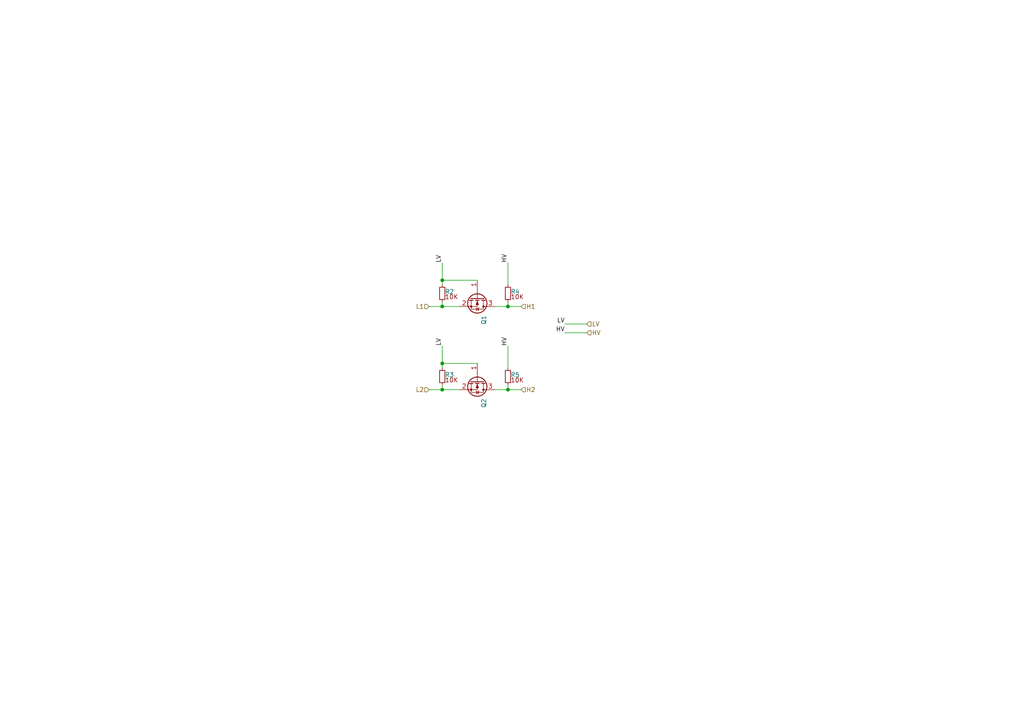
<source format=kicad_sch>
(kicad_sch (version 20211123) (generator eeschema)
  (paper "A4")
  (title_block (title "2-channel Bi-directional Level Shifter") (date "2022-01-26") (rev "1.0") (company "Columbia ICSL"))
  (lib_symbols
    (symbol "jlcsmt-rcl:NMOS_BSS138" (pin_names hide)
      (property "Reference" "Q" (at 5.08 1.905 0))
      (symbol "NMOS_BSS138_0_1"
        (polyline (pts (xy 0.254 0) (xy -2.54 0)))
        (polyline (pts (xy 0.254 1.905) (xy 0.254 -1.905)) (stroke (width 0.254)))
        (polyline (pts (xy 0.762 -1.27) (xy 0.762 -2.286)) (stroke (width 0.254)))
        (polyline (pts (xy 0.762 0.508) (xy 0.762 -0.508)) (stroke (width 0.254)))
        (polyline (pts (xy 0.762 2.286) (xy 0.762 1.27)) (stroke (width 0.254)))
        (polyline (pts (xy 2.54 2.54) (xy 2.54 1.778)))
        (polyline (pts (xy 2.54 -2.54) (xy 2.54 0) (xy 0.762 0)))
        (polyline (pts (xy 0.762 -1.778) (xy 3.302 -1.778) (xy 3.302 1.778) (xy 0.762 1.778)))
        (polyline (pts (xy 1.016 0) (xy 2.032 0.381) (xy 2.032 -0.381) (xy 1.016 0)) (fill (type outline)))
        (polyline (pts (xy 2.794 0.508) (xy 2.921 0.381) (xy 3.683 0.381) (xy 3.81 0.254)))
        (polyline (pts (xy 3.302 0.381) (xy 2.921 -0.254) (xy 3.683 -0.254) (xy 3.302 0.381)))
        (circle (center 1.651 0) (radius 2.794) (stroke (width 0.254)))
        (circle (center 2.54 -1.778) (radius 0.254) (fill (type outline)))
        (circle (center 2.54 1.778) (radius 0.254) (fill (type outline)))
      )
      (symbol "NMOS_BSS138_1_1"
        (pin input line (at -5.08 0 0) (length 2.54) (name "G") (number "1"))
        (pin passive line (at 2.54 -5.08 90) (length 2.54) (name "S") (number "2"))
        (pin passive line (at 2.54 5.08 270) (length 2.54) (name "D") (number "3"))
      )
    )
    (symbol "jlcsmt-rcl:R_0402_10K" (pin_numbers hide) (pin_names (offset 0.254) hide)
      (property "Reference" "R" (at 0.762 0.508 0))
      (symbol "R_0402_10K_0_0"
        (text "10K" (at 0.762 -1.016 0) (effects (font (size 1.27 1.27)) (justify left)))
      )
      (symbol "R_0402_10K_0_1"
        (rectangle (start -0.762 1.778) (end 0.762 -1.778) (stroke (width 0.2032)))
      )
      (symbol "R_0402_10K_1_1"
        (pin passive line (at 0 2.54 270) (length 0.762) (name "~") (number "1"))
        (pin passive line (at 0 -2.54 90) (length 0.762) (name "~") (number "2"))
      )
    )
  )
  (junction (at 128.27 105.41))
  (junction (at 128.27 88.9))
  (junction (at 128.27 81.28))
  (junction (at 147.32 113.03))
  (junction (at 128.27 113.03))
  (junction (at 147.32 88.9))
  (wire (pts (xy 128.27 81.28) (xy 138.43 81.28)))
  (wire (pts (xy 147.32 113.03) (xy 147.32 111.76)))
  (wire (pts (xy 128.27 113.03) (xy 133.35 113.03)))
  (wire (pts (xy 124.46 88.9) (xy 128.27 88.9)))
  (wire (pts (xy 143.51 88.9) (xy 147.32 88.9)))
  (wire (pts (xy 128.27 105.41) (xy 128.27 100.33)))
  (wire (pts (xy 128.27 82.55) (xy 128.27 81.28)))
  (wire (pts (xy 143.51 113.03) (xy 147.32 113.03)))
  (wire (pts (xy 163.83 93.98) (xy 170.18 93.98)))
  (wire (pts (xy 128.27 106.68) (xy 128.27 105.41)))
  (wire (pts (xy 128.27 81.28) (xy 128.27 76.2)))
  (wire (pts (xy 128.27 113.03) (xy 128.27 111.76)))
  (wire (pts (xy 147.32 106.68) (xy 147.32 100.33)))
  (wire (pts (xy 147.32 82.55) (xy 147.32 76.2)))
  (wire (pts (xy 147.32 113.03) (xy 151.13 113.03)))
  (wire (pts (xy 124.46 113.03) (xy 128.27 113.03)))
  (wire (pts (xy 128.27 105.41) (xy 138.43 105.41)))
  (wire (pts (xy 128.27 88.9) (xy 128.27 87.63)))
  (wire (pts (xy 163.83 96.52) (xy 170.18 96.52)))
  (wire (pts (xy 128.27 88.9) (xy 133.35 88.9)))
  (wire (pts (xy 147.32 88.9) (xy 147.32 87.63)))
  (wire (pts (xy 147.32 88.9) (xy 151.13 88.9)))
  (label "HV" (at 147.32 76.2 90))
  (label "LV" (at 163.83 93.98 180))
  (label "LV" (at 128.27 76.2 90))
  (label "HV" (at 163.83 96.52 180))
  (label "LV" (at 128.27 100.33 90))
  (label "HV" (at 147.32 100.33 90))
  (hierarchical_label "HV" (shape input) (at 170.18 96.52 0))
  (hierarchical_label "L1" (shape input) (at 124.46 88.9 180))
  (hierarchical_label "H2" (shape input) (at 151.13 113.03 0))
  (hierarchical_label "H1" (shape input) (at 151.13 88.9 0))
  (hierarchical_label "L2" (shape input) (at 124.46 113.03 180))
  (hierarchical_label "LV" (shape input) (at 170.18 93.98 0))
  (symbol (lib_id "jlcsmt-rcl:NMOS_BSS138") (at 138.43 86.36 270) (unit 1)
    (property "Reference" "Q1" (at 140.335 91.44 0) (effects (justify left)))
    (property "Value" "NMOS_BSS138" (effects hide))
    (property "Footprint" "jlcsmt:SOT-23" (effects hide))
    (property "Datasheet" "https://datasheet.lcsc.com/lcsc/1809291614_Changjiang-Electronics-Tech--CJ-BSS138_C78284.pdf" (effects hide))
    (property "MFR" "Changjiang Electronics Tech (CJ)" (effects hide))
    (property "MFR Part#" "BSS138" (effects hide))
    (property "LCSC" "C78284" (effects hide))
  )
  (symbol (lib_id "jlcsmt-rcl:NMOS_BSS138") (at 138.43 110.49 270) (unit 1)
    (property "Reference" "Q2" (at 140.335 115.57 0) (effects (justify left)))
    (property "Value" "NMOS_BSS138" (effects hide))
    (property "Footprint" "jlcsmt:SOT-23" (effects hide))
    (property "Datasheet" "https://datasheet.lcsc.com/lcsc/1809291614_Changjiang-Electronics-Tech--CJ-BSS138_C78284.pdf" (effects hide))
    (property "MFR" "Changjiang Electronics Tech (CJ)" (effects hide))
    (property "MFR Part#" "BSS138" (effects hide))
    (property "LCSC" "C78284" (effects hide))
  )
  (symbol (lib_id "jlcsmt-rcl:R_0402_10K") (at 147.32 109.22 0) (unit 1)
    (property "Reference" "R5" (at 148.082 108.712 0) (effects (justify left)))
    (property "Value" "R_0402_10K" (effects hide))
    (property "Footprint" "Resistor_SMD:R_0402_1005Metric" (effects hide))
    (property "Datasheet" "https://datasheet.lcsc.com/lcsc/2110260030_UNI-ROYAL-Uniroyal-Elec-0402WGF1002TCE_C25744.pdf" (effects hide))
    (property "MFR" "UNI-ROYAL(Uniroyal Elec)" (effects hide))
    (property "MFR Part#" "0402WGF1002TCE" (effects hide))
    (property "LCSC" "C25744" (effects hide))
  )
  (symbol (lib_id "jlcsmt-rcl:R_0402_10K") (at 128.27 85.09 0) (unit 1)
    (property "Reference" "R2" (at 129.032 84.582 0) (effects (justify left)))
    (property "Value" "R_0402_10K" (effects hide))
    (property "Footprint" "Resistor_SMD:R_0402_1005Metric" (effects hide))
    (property "Datasheet" "https://datasheet.lcsc.com/lcsc/2110260030_UNI-ROYAL-Uniroyal-Elec-0402WGF1002TCE_C25744.pdf" (effects hide))
    (property "MFR" "UNI-ROYAL(Uniroyal Elec)" (effects hide))
    (property "MFR Part#" "0402WGF1002TCE" (effects hide))
    (property "LCSC" "C25744" (effects hide))
  )
  (symbol (lib_id "jlcsmt-rcl:R_0402_10K") (at 128.27 109.22 0) (unit 1)
    (property "Reference" "R3" (at 129.032 108.712 0) (effects (justify left)))
    (property "Value" "R_0402_10K" (effects hide))
    (property "Footprint" "Resistor_SMD:R_0402_1005Metric" (effects hide))
    (property "Datasheet" "https://datasheet.lcsc.com/lcsc/2110260030_UNI-ROYAL-Uniroyal-Elec-0402WGF1002TCE_C25744.pdf" (effects hide))
    (property "MFR" "UNI-ROYAL(Uniroyal Elec)" (effects hide))
    (property "MFR Part#" "0402WGF1002TCE" (effects hide))
    (property "LCSC" "C25744" (effects hide))
  )
  (symbol (lib_id "jlcsmt-rcl:R_0402_10K") (at 147.32 85.09 0) (unit 1)
    (property "Reference" "R4" (at 148.082 84.582 0) (effects (justify left)))
    (property "Value" "R_0402_10K" (effects hide))
    (property "Footprint" "Resistor_SMD:R_0402_1005Metric" (effects hide))
    (property "Datasheet" "https://datasheet.lcsc.com/lcsc/2110260030_UNI-ROYAL-Uniroyal-Elec-0402WGF1002TCE_C25744.pdf" (effects hide))
    (property "MFR" "UNI-ROYAL(Uniroyal Elec)" (effects hide))
    (property "MFR Part#" "0402WGF1002TCE" (effects hide))
    (property "LCSC" "C25744" (effects hide))
  )
)
</source>
